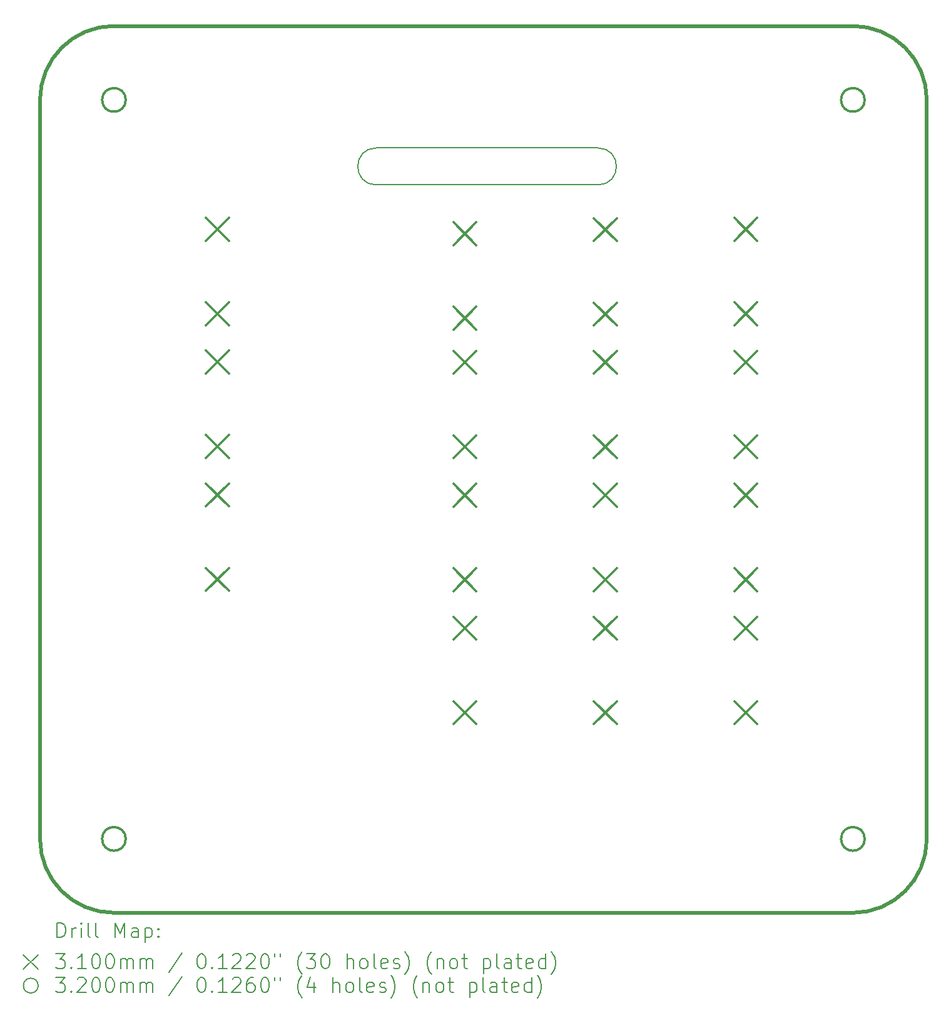
<source format=gbr>
%TF.GenerationSoftware,KiCad,Pcbnew,(6.0.11)*%
%TF.CreationDate,2024-01-05T15:28:53+00:00*%
%TF.ProjectId,RJ21_RJ45_PRIMARY_BREAKOUT,524a3231-5f52-44a3-9435-5f5052494d41,rev?*%
%TF.SameCoordinates,Original*%
%TF.FileFunction,Drillmap*%
%TF.FilePolarity,Positive*%
%FSLAX45Y45*%
G04 Gerber Fmt 4.5, Leading zero omitted, Abs format (unit mm)*
G04 Created by KiCad (PCBNEW (6.0.11)) date 2024-01-05 15:28:53*
%MOMM*%
%LPD*%
G01*
G04 APERTURE LIST*
%ADD10C,0.500000*%
%ADD11C,0.150000*%
%ADD12C,0.200000*%
%ADD13C,0.310000*%
%ADD14C,0.320000*%
G04 APERTURE END LIST*
D10*
X11000000Y-5000000D02*
X21000000Y-5000000D01*
X10000000Y-6000000D02*
X10000000Y-16000000D01*
X22000000Y-6000000D02*
X22000000Y-16000000D01*
X21000000Y-17000000D02*
X11000000Y-17000000D01*
X10000000Y-16000000D02*
G75*
G03*
X11000000Y-17000000I1000000J0D01*
G01*
X21000000Y-17000000D02*
G75*
G03*
X22000000Y-16000000I0J1000000D01*
G01*
X22000000Y-6000000D02*
G75*
G03*
X21000000Y-5000000I-1000000J0D01*
G01*
D11*
X14550000Y-7150000D02*
X17550000Y-7150000D01*
X17550000Y-7150000D02*
G75*
G03*
X17550000Y-6650000I0J250000D01*
G01*
D10*
X11000000Y-5000000D02*
G75*
G03*
X10000000Y-6000000I0J-1000000D01*
G01*
D11*
X14550000Y-6650000D02*
G75*
G03*
X14550000Y-7150000I0J-250000D01*
G01*
X14550000Y-6650000D02*
X17550000Y-6650000D01*
D12*
D13*
X12245000Y-7597270D02*
X12555000Y-7907270D01*
X12555000Y-7597270D02*
X12245000Y-7907270D01*
X12245000Y-8740270D02*
X12555000Y-9050270D01*
X12555000Y-8740270D02*
X12245000Y-9050270D01*
X12245000Y-9390270D02*
X12555000Y-9700270D01*
X12555000Y-9390270D02*
X12245000Y-9700270D01*
X12245000Y-10533270D02*
X12555000Y-10843270D01*
X12555000Y-10533270D02*
X12245000Y-10843270D01*
X12245000Y-11190270D02*
X12555000Y-11500270D01*
X12555000Y-11190270D02*
X12245000Y-11500270D01*
X12245000Y-12333270D02*
X12555000Y-12643270D01*
X12555000Y-12333270D02*
X12245000Y-12643270D01*
X15595000Y-7657865D02*
X15905000Y-7967865D01*
X15905000Y-7657865D02*
X15595000Y-7967865D01*
X15595000Y-8800865D02*
X15905000Y-9110865D01*
X15905000Y-8800865D02*
X15595000Y-9110865D01*
X15595000Y-9395000D02*
X15905000Y-9705000D01*
X15905000Y-9395000D02*
X15595000Y-9705000D01*
X15595000Y-10538000D02*
X15905000Y-10848000D01*
X15905000Y-10538000D02*
X15595000Y-10848000D01*
X15595000Y-11195000D02*
X15905000Y-11505000D01*
X15905000Y-11195000D02*
X15595000Y-11505000D01*
X15595000Y-12338000D02*
X15905000Y-12648000D01*
X15905000Y-12338000D02*
X15595000Y-12648000D01*
X15595000Y-12995000D02*
X15905000Y-13305000D01*
X15905000Y-12995000D02*
X15595000Y-13305000D01*
X15595000Y-14138000D02*
X15905000Y-14448000D01*
X15905000Y-14138000D02*
X15595000Y-14448000D01*
X17495000Y-7602000D02*
X17805000Y-7912000D01*
X17805000Y-7602000D02*
X17495000Y-7912000D01*
X17495000Y-8745000D02*
X17805000Y-9055000D01*
X17805000Y-8745000D02*
X17495000Y-9055000D01*
X17495000Y-9395000D02*
X17805000Y-9705000D01*
X17805000Y-9395000D02*
X17495000Y-9705000D01*
X17495000Y-10538000D02*
X17805000Y-10848000D01*
X17805000Y-10538000D02*
X17495000Y-10848000D01*
X17495000Y-11195000D02*
X17805000Y-11505000D01*
X17805000Y-11195000D02*
X17495000Y-11505000D01*
X17495000Y-12338000D02*
X17805000Y-12648000D01*
X17805000Y-12338000D02*
X17495000Y-12648000D01*
X17495000Y-12995000D02*
X17805000Y-13305000D01*
X17805000Y-12995000D02*
X17495000Y-13305000D01*
X17495000Y-14138000D02*
X17805000Y-14448000D01*
X17805000Y-14138000D02*
X17495000Y-14448000D01*
X19395000Y-7595000D02*
X19705000Y-7905000D01*
X19705000Y-7595000D02*
X19395000Y-7905000D01*
X19395000Y-8738000D02*
X19705000Y-9048000D01*
X19705000Y-8738000D02*
X19395000Y-9048000D01*
X19395000Y-9395000D02*
X19705000Y-9705000D01*
X19705000Y-9395000D02*
X19395000Y-9705000D01*
X19395000Y-10538000D02*
X19705000Y-10848000D01*
X19705000Y-10538000D02*
X19395000Y-10848000D01*
X19395000Y-11195000D02*
X19705000Y-11505000D01*
X19705000Y-11195000D02*
X19395000Y-11505000D01*
X19395000Y-12338000D02*
X19705000Y-12648000D01*
X19705000Y-12338000D02*
X19395000Y-12648000D01*
X19395000Y-12995000D02*
X19705000Y-13305000D01*
X19705000Y-12995000D02*
X19395000Y-13305000D01*
X19395000Y-14138000D02*
X19705000Y-14448000D01*
X19705000Y-14138000D02*
X19395000Y-14448000D01*
D14*
X11160000Y-6000000D02*
G75*
G03*
X11160000Y-6000000I-160000J0D01*
G01*
X11160000Y-16000000D02*
G75*
G03*
X11160000Y-16000000I-160000J0D01*
G01*
X21160000Y-6000000D02*
G75*
G03*
X21160000Y-6000000I-160000J0D01*
G01*
X21160000Y-16000000D02*
G75*
G03*
X21160000Y-16000000I-160000J0D01*
G01*
D12*
X10232619Y-17335476D02*
X10232619Y-17135476D01*
X10280238Y-17135476D01*
X10308810Y-17145000D01*
X10327857Y-17164048D01*
X10337381Y-17183095D01*
X10346905Y-17221190D01*
X10346905Y-17249762D01*
X10337381Y-17287857D01*
X10327857Y-17306905D01*
X10308810Y-17325952D01*
X10280238Y-17335476D01*
X10232619Y-17335476D01*
X10432619Y-17335476D02*
X10432619Y-17202143D01*
X10432619Y-17240238D02*
X10442143Y-17221190D01*
X10451667Y-17211667D01*
X10470714Y-17202143D01*
X10489762Y-17202143D01*
X10556429Y-17335476D02*
X10556429Y-17202143D01*
X10556429Y-17135476D02*
X10546905Y-17145000D01*
X10556429Y-17154524D01*
X10565952Y-17145000D01*
X10556429Y-17135476D01*
X10556429Y-17154524D01*
X10680238Y-17335476D02*
X10661190Y-17325952D01*
X10651667Y-17306905D01*
X10651667Y-17135476D01*
X10785000Y-17335476D02*
X10765952Y-17325952D01*
X10756429Y-17306905D01*
X10756429Y-17135476D01*
X11013571Y-17335476D02*
X11013571Y-17135476D01*
X11080238Y-17278333D01*
X11146905Y-17135476D01*
X11146905Y-17335476D01*
X11327857Y-17335476D02*
X11327857Y-17230714D01*
X11318333Y-17211667D01*
X11299286Y-17202143D01*
X11261190Y-17202143D01*
X11242143Y-17211667D01*
X11327857Y-17325952D02*
X11308809Y-17335476D01*
X11261190Y-17335476D01*
X11242143Y-17325952D01*
X11232619Y-17306905D01*
X11232619Y-17287857D01*
X11242143Y-17268810D01*
X11261190Y-17259286D01*
X11308809Y-17259286D01*
X11327857Y-17249762D01*
X11423095Y-17202143D02*
X11423095Y-17402143D01*
X11423095Y-17211667D02*
X11442143Y-17202143D01*
X11480238Y-17202143D01*
X11499286Y-17211667D01*
X11508809Y-17221190D01*
X11518333Y-17240238D01*
X11518333Y-17297381D01*
X11508809Y-17316429D01*
X11499286Y-17325952D01*
X11480238Y-17335476D01*
X11442143Y-17335476D01*
X11423095Y-17325952D01*
X11604048Y-17316429D02*
X11613571Y-17325952D01*
X11604048Y-17335476D01*
X11594524Y-17325952D01*
X11604048Y-17316429D01*
X11604048Y-17335476D01*
X11604048Y-17211667D02*
X11613571Y-17221190D01*
X11604048Y-17230714D01*
X11594524Y-17221190D01*
X11604048Y-17211667D01*
X11604048Y-17230714D01*
X9775000Y-17565000D02*
X9975000Y-17765000D01*
X9975000Y-17565000D02*
X9775000Y-17765000D01*
X10213571Y-17555476D02*
X10337381Y-17555476D01*
X10270714Y-17631667D01*
X10299286Y-17631667D01*
X10318333Y-17641190D01*
X10327857Y-17650714D01*
X10337381Y-17669762D01*
X10337381Y-17717381D01*
X10327857Y-17736429D01*
X10318333Y-17745952D01*
X10299286Y-17755476D01*
X10242143Y-17755476D01*
X10223095Y-17745952D01*
X10213571Y-17736429D01*
X10423095Y-17736429D02*
X10432619Y-17745952D01*
X10423095Y-17755476D01*
X10413571Y-17745952D01*
X10423095Y-17736429D01*
X10423095Y-17755476D01*
X10623095Y-17755476D02*
X10508810Y-17755476D01*
X10565952Y-17755476D02*
X10565952Y-17555476D01*
X10546905Y-17584048D01*
X10527857Y-17603095D01*
X10508810Y-17612619D01*
X10746905Y-17555476D02*
X10765952Y-17555476D01*
X10785000Y-17565000D01*
X10794524Y-17574524D01*
X10804048Y-17593571D01*
X10813571Y-17631667D01*
X10813571Y-17679286D01*
X10804048Y-17717381D01*
X10794524Y-17736429D01*
X10785000Y-17745952D01*
X10765952Y-17755476D01*
X10746905Y-17755476D01*
X10727857Y-17745952D01*
X10718333Y-17736429D01*
X10708810Y-17717381D01*
X10699286Y-17679286D01*
X10699286Y-17631667D01*
X10708810Y-17593571D01*
X10718333Y-17574524D01*
X10727857Y-17565000D01*
X10746905Y-17555476D01*
X10937381Y-17555476D02*
X10956429Y-17555476D01*
X10975476Y-17565000D01*
X10985000Y-17574524D01*
X10994524Y-17593571D01*
X11004048Y-17631667D01*
X11004048Y-17679286D01*
X10994524Y-17717381D01*
X10985000Y-17736429D01*
X10975476Y-17745952D01*
X10956429Y-17755476D01*
X10937381Y-17755476D01*
X10918333Y-17745952D01*
X10908810Y-17736429D01*
X10899286Y-17717381D01*
X10889762Y-17679286D01*
X10889762Y-17631667D01*
X10899286Y-17593571D01*
X10908810Y-17574524D01*
X10918333Y-17565000D01*
X10937381Y-17555476D01*
X11089762Y-17755476D02*
X11089762Y-17622143D01*
X11089762Y-17641190D02*
X11099286Y-17631667D01*
X11118333Y-17622143D01*
X11146905Y-17622143D01*
X11165952Y-17631667D01*
X11175476Y-17650714D01*
X11175476Y-17755476D01*
X11175476Y-17650714D02*
X11185000Y-17631667D01*
X11204048Y-17622143D01*
X11232619Y-17622143D01*
X11251667Y-17631667D01*
X11261190Y-17650714D01*
X11261190Y-17755476D01*
X11356428Y-17755476D02*
X11356428Y-17622143D01*
X11356428Y-17641190D02*
X11365952Y-17631667D01*
X11385000Y-17622143D01*
X11413571Y-17622143D01*
X11432619Y-17631667D01*
X11442143Y-17650714D01*
X11442143Y-17755476D01*
X11442143Y-17650714D02*
X11451667Y-17631667D01*
X11470714Y-17622143D01*
X11499286Y-17622143D01*
X11518333Y-17631667D01*
X11527857Y-17650714D01*
X11527857Y-17755476D01*
X11918333Y-17545952D02*
X11746905Y-17803095D01*
X12175476Y-17555476D02*
X12194524Y-17555476D01*
X12213571Y-17565000D01*
X12223095Y-17574524D01*
X12232619Y-17593571D01*
X12242143Y-17631667D01*
X12242143Y-17679286D01*
X12232619Y-17717381D01*
X12223095Y-17736429D01*
X12213571Y-17745952D01*
X12194524Y-17755476D01*
X12175476Y-17755476D01*
X12156428Y-17745952D01*
X12146905Y-17736429D01*
X12137381Y-17717381D01*
X12127857Y-17679286D01*
X12127857Y-17631667D01*
X12137381Y-17593571D01*
X12146905Y-17574524D01*
X12156428Y-17565000D01*
X12175476Y-17555476D01*
X12327857Y-17736429D02*
X12337381Y-17745952D01*
X12327857Y-17755476D01*
X12318333Y-17745952D01*
X12327857Y-17736429D01*
X12327857Y-17755476D01*
X12527857Y-17755476D02*
X12413571Y-17755476D01*
X12470714Y-17755476D02*
X12470714Y-17555476D01*
X12451667Y-17584048D01*
X12432619Y-17603095D01*
X12413571Y-17612619D01*
X12604048Y-17574524D02*
X12613571Y-17565000D01*
X12632619Y-17555476D01*
X12680238Y-17555476D01*
X12699286Y-17565000D01*
X12708809Y-17574524D01*
X12718333Y-17593571D01*
X12718333Y-17612619D01*
X12708809Y-17641190D01*
X12594524Y-17755476D01*
X12718333Y-17755476D01*
X12794524Y-17574524D02*
X12804048Y-17565000D01*
X12823095Y-17555476D01*
X12870714Y-17555476D01*
X12889762Y-17565000D01*
X12899286Y-17574524D01*
X12908809Y-17593571D01*
X12908809Y-17612619D01*
X12899286Y-17641190D01*
X12785000Y-17755476D01*
X12908809Y-17755476D01*
X13032619Y-17555476D02*
X13051667Y-17555476D01*
X13070714Y-17565000D01*
X13080238Y-17574524D01*
X13089762Y-17593571D01*
X13099286Y-17631667D01*
X13099286Y-17679286D01*
X13089762Y-17717381D01*
X13080238Y-17736429D01*
X13070714Y-17745952D01*
X13051667Y-17755476D01*
X13032619Y-17755476D01*
X13013571Y-17745952D01*
X13004048Y-17736429D01*
X12994524Y-17717381D01*
X12985000Y-17679286D01*
X12985000Y-17631667D01*
X12994524Y-17593571D01*
X13004048Y-17574524D01*
X13013571Y-17565000D01*
X13032619Y-17555476D01*
X13175476Y-17555476D02*
X13175476Y-17593571D01*
X13251667Y-17555476D02*
X13251667Y-17593571D01*
X13546905Y-17831667D02*
X13537381Y-17822143D01*
X13518333Y-17793571D01*
X13508809Y-17774524D01*
X13499286Y-17745952D01*
X13489762Y-17698333D01*
X13489762Y-17660238D01*
X13499286Y-17612619D01*
X13508809Y-17584048D01*
X13518333Y-17565000D01*
X13537381Y-17536429D01*
X13546905Y-17526905D01*
X13604048Y-17555476D02*
X13727857Y-17555476D01*
X13661190Y-17631667D01*
X13689762Y-17631667D01*
X13708809Y-17641190D01*
X13718333Y-17650714D01*
X13727857Y-17669762D01*
X13727857Y-17717381D01*
X13718333Y-17736429D01*
X13708809Y-17745952D01*
X13689762Y-17755476D01*
X13632619Y-17755476D01*
X13613571Y-17745952D01*
X13604048Y-17736429D01*
X13851667Y-17555476D02*
X13870714Y-17555476D01*
X13889762Y-17565000D01*
X13899286Y-17574524D01*
X13908809Y-17593571D01*
X13918333Y-17631667D01*
X13918333Y-17679286D01*
X13908809Y-17717381D01*
X13899286Y-17736429D01*
X13889762Y-17745952D01*
X13870714Y-17755476D01*
X13851667Y-17755476D01*
X13832619Y-17745952D01*
X13823095Y-17736429D01*
X13813571Y-17717381D01*
X13804048Y-17679286D01*
X13804048Y-17631667D01*
X13813571Y-17593571D01*
X13823095Y-17574524D01*
X13832619Y-17565000D01*
X13851667Y-17555476D01*
X14156428Y-17755476D02*
X14156428Y-17555476D01*
X14242143Y-17755476D02*
X14242143Y-17650714D01*
X14232619Y-17631667D01*
X14213571Y-17622143D01*
X14185000Y-17622143D01*
X14165952Y-17631667D01*
X14156428Y-17641190D01*
X14365952Y-17755476D02*
X14346905Y-17745952D01*
X14337381Y-17736429D01*
X14327857Y-17717381D01*
X14327857Y-17660238D01*
X14337381Y-17641190D01*
X14346905Y-17631667D01*
X14365952Y-17622143D01*
X14394524Y-17622143D01*
X14413571Y-17631667D01*
X14423095Y-17641190D01*
X14432619Y-17660238D01*
X14432619Y-17717381D01*
X14423095Y-17736429D01*
X14413571Y-17745952D01*
X14394524Y-17755476D01*
X14365952Y-17755476D01*
X14546905Y-17755476D02*
X14527857Y-17745952D01*
X14518333Y-17726905D01*
X14518333Y-17555476D01*
X14699286Y-17745952D02*
X14680238Y-17755476D01*
X14642143Y-17755476D01*
X14623095Y-17745952D01*
X14613571Y-17726905D01*
X14613571Y-17650714D01*
X14623095Y-17631667D01*
X14642143Y-17622143D01*
X14680238Y-17622143D01*
X14699286Y-17631667D01*
X14708809Y-17650714D01*
X14708809Y-17669762D01*
X14613571Y-17688810D01*
X14785000Y-17745952D02*
X14804048Y-17755476D01*
X14842143Y-17755476D01*
X14861190Y-17745952D01*
X14870714Y-17726905D01*
X14870714Y-17717381D01*
X14861190Y-17698333D01*
X14842143Y-17688810D01*
X14813571Y-17688810D01*
X14794524Y-17679286D01*
X14785000Y-17660238D01*
X14785000Y-17650714D01*
X14794524Y-17631667D01*
X14813571Y-17622143D01*
X14842143Y-17622143D01*
X14861190Y-17631667D01*
X14937381Y-17831667D02*
X14946905Y-17822143D01*
X14965952Y-17793571D01*
X14975476Y-17774524D01*
X14985000Y-17745952D01*
X14994524Y-17698333D01*
X14994524Y-17660238D01*
X14985000Y-17612619D01*
X14975476Y-17584048D01*
X14965952Y-17565000D01*
X14946905Y-17536429D01*
X14937381Y-17526905D01*
X15299286Y-17831667D02*
X15289762Y-17822143D01*
X15270714Y-17793571D01*
X15261190Y-17774524D01*
X15251667Y-17745952D01*
X15242143Y-17698333D01*
X15242143Y-17660238D01*
X15251667Y-17612619D01*
X15261190Y-17584048D01*
X15270714Y-17565000D01*
X15289762Y-17536429D01*
X15299286Y-17526905D01*
X15375476Y-17622143D02*
X15375476Y-17755476D01*
X15375476Y-17641190D02*
X15385000Y-17631667D01*
X15404048Y-17622143D01*
X15432619Y-17622143D01*
X15451667Y-17631667D01*
X15461190Y-17650714D01*
X15461190Y-17755476D01*
X15585000Y-17755476D02*
X15565952Y-17745952D01*
X15556428Y-17736429D01*
X15546905Y-17717381D01*
X15546905Y-17660238D01*
X15556428Y-17641190D01*
X15565952Y-17631667D01*
X15585000Y-17622143D01*
X15613571Y-17622143D01*
X15632619Y-17631667D01*
X15642143Y-17641190D01*
X15651667Y-17660238D01*
X15651667Y-17717381D01*
X15642143Y-17736429D01*
X15632619Y-17745952D01*
X15613571Y-17755476D01*
X15585000Y-17755476D01*
X15708809Y-17622143D02*
X15785000Y-17622143D01*
X15737381Y-17555476D02*
X15737381Y-17726905D01*
X15746905Y-17745952D01*
X15765952Y-17755476D01*
X15785000Y-17755476D01*
X16004048Y-17622143D02*
X16004048Y-17822143D01*
X16004048Y-17631667D02*
X16023095Y-17622143D01*
X16061190Y-17622143D01*
X16080238Y-17631667D01*
X16089762Y-17641190D01*
X16099286Y-17660238D01*
X16099286Y-17717381D01*
X16089762Y-17736429D01*
X16080238Y-17745952D01*
X16061190Y-17755476D01*
X16023095Y-17755476D01*
X16004048Y-17745952D01*
X16213571Y-17755476D02*
X16194524Y-17745952D01*
X16185000Y-17726905D01*
X16185000Y-17555476D01*
X16375476Y-17755476D02*
X16375476Y-17650714D01*
X16365952Y-17631667D01*
X16346905Y-17622143D01*
X16308809Y-17622143D01*
X16289762Y-17631667D01*
X16375476Y-17745952D02*
X16356428Y-17755476D01*
X16308809Y-17755476D01*
X16289762Y-17745952D01*
X16280238Y-17726905D01*
X16280238Y-17707857D01*
X16289762Y-17688810D01*
X16308809Y-17679286D01*
X16356428Y-17679286D01*
X16375476Y-17669762D01*
X16442143Y-17622143D02*
X16518333Y-17622143D01*
X16470714Y-17555476D02*
X16470714Y-17726905D01*
X16480238Y-17745952D01*
X16499286Y-17755476D01*
X16518333Y-17755476D01*
X16661190Y-17745952D02*
X16642143Y-17755476D01*
X16604048Y-17755476D01*
X16585000Y-17745952D01*
X16575476Y-17726905D01*
X16575476Y-17650714D01*
X16585000Y-17631667D01*
X16604048Y-17622143D01*
X16642143Y-17622143D01*
X16661190Y-17631667D01*
X16670714Y-17650714D01*
X16670714Y-17669762D01*
X16575476Y-17688810D01*
X16842143Y-17755476D02*
X16842143Y-17555476D01*
X16842143Y-17745952D02*
X16823095Y-17755476D01*
X16785000Y-17755476D01*
X16765952Y-17745952D01*
X16756428Y-17736429D01*
X16746905Y-17717381D01*
X16746905Y-17660238D01*
X16756428Y-17641190D01*
X16765952Y-17631667D01*
X16785000Y-17622143D01*
X16823095Y-17622143D01*
X16842143Y-17631667D01*
X16918333Y-17831667D02*
X16927857Y-17822143D01*
X16946905Y-17793571D01*
X16956429Y-17774524D01*
X16965952Y-17745952D01*
X16975476Y-17698333D01*
X16975476Y-17660238D01*
X16965952Y-17612619D01*
X16956429Y-17584048D01*
X16946905Y-17565000D01*
X16927857Y-17536429D01*
X16918333Y-17526905D01*
X9975000Y-17985000D02*
G75*
G03*
X9975000Y-17985000I-100000J0D01*
G01*
X10213571Y-17875476D02*
X10337381Y-17875476D01*
X10270714Y-17951667D01*
X10299286Y-17951667D01*
X10318333Y-17961190D01*
X10327857Y-17970714D01*
X10337381Y-17989762D01*
X10337381Y-18037381D01*
X10327857Y-18056429D01*
X10318333Y-18065952D01*
X10299286Y-18075476D01*
X10242143Y-18075476D01*
X10223095Y-18065952D01*
X10213571Y-18056429D01*
X10423095Y-18056429D02*
X10432619Y-18065952D01*
X10423095Y-18075476D01*
X10413571Y-18065952D01*
X10423095Y-18056429D01*
X10423095Y-18075476D01*
X10508810Y-17894524D02*
X10518333Y-17885000D01*
X10537381Y-17875476D01*
X10585000Y-17875476D01*
X10604048Y-17885000D01*
X10613571Y-17894524D01*
X10623095Y-17913571D01*
X10623095Y-17932619D01*
X10613571Y-17961190D01*
X10499286Y-18075476D01*
X10623095Y-18075476D01*
X10746905Y-17875476D02*
X10765952Y-17875476D01*
X10785000Y-17885000D01*
X10794524Y-17894524D01*
X10804048Y-17913571D01*
X10813571Y-17951667D01*
X10813571Y-17999286D01*
X10804048Y-18037381D01*
X10794524Y-18056429D01*
X10785000Y-18065952D01*
X10765952Y-18075476D01*
X10746905Y-18075476D01*
X10727857Y-18065952D01*
X10718333Y-18056429D01*
X10708810Y-18037381D01*
X10699286Y-17999286D01*
X10699286Y-17951667D01*
X10708810Y-17913571D01*
X10718333Y-17894524D01*
X10727857Y-17885000D01*
X10746905Y-17875476D01*
X10937381Y-17875476D02*
X10956429Y-17875476D01*
X10975476Y-17885000D01*
X10985000Y-17894524D01*
X10994524Y-17913571D01*
X11004048Y-17951667D01*
X11004048Y-17999286D01*
X10994524Y-18037381D01*
X10985000Y-18056429D01*
X10975476Y-18065952D01*
X10956429Y-18075476D01*
X10937381Y-18075476D01*
X10918333Y-18065952D01*
X10908810Y-18056429D01*
X10899286Y-18037381D01*
X10889762Y-17999286D01*
X10889762Y-17951667D01*
X10899286Y-17913571D01*
X10908810Y-17894524D01*
X10918333Y-17885000D01*
X10937381Y-17875476D01*
X11089762Y-18075476D02*
X11089762Y-17942143D01*
X11089762Y-17961190D02*
X11099286Y-17951667D01*
X11118333Y-17942143D01*
X11146905Y-17942143D01*
X11165952Y-17951667D01*
X11175476Y-17970714D01*
X11175476Y-18075476D01*
X11175476Y-17970714D02*
X11185000Y-17951667D01*
X11204048Y-17942143D01*
X11232619Y-17942143D01*
X11251667Y-17951667D01*
X11261190Y-17970714D01*
X11261190Y-18075476D01*
X11356428Y-18075476D02*
X11356428Y-17942143D01*
X11356428Y-17961190D02*
X11365952Y-17951667D01*
X11385000Y-17942143D01*
X11413571Y-17942143D01*
X11432619Y-17951667D01*
X11442143Y-17970714D01*
X11442143Y-18075476D01*
X11442143Y-17970714D02*
X11451667Y-17951667D01*
X11470714Y-17942143D01*
X11499286Y-17942143D01*
X11518333Y-17951667D01*
X11527857Y-17970714D01*
X11527857Y-18075476D01*
X11918333Y-17865952D02*
X11746905Y-18123095D01*
X12175476Y-17875476D02*
X12194524Y-17875476D01*
X12213571Y-17885000D01*
X12223095Y-17894524D01*
X12232619Y-17913571D01*
X12242143Y-17951667D01*
X12242143Y-17999286D01*
X12232619Y-18037381D01*
X12223095Y-18056429D01*
X12213571Y-18065952D01*
X12194524Y-18075476D01*
X12175476Y-18075476D01*
X12156428Y-18065952D01*
X12146905Y-18056429D01*
X12137381Y-18037381D01*
X12127857Y-17999286D01*
X12127857Y-17951667D01*
X12137381Y-17913571D01*
X12146905Y-17894524D01*
X12156428Y-17885000D01*
X12175476Y-17875476D01*
X12327857Y-18056429D02*
X12337381Y-18065952D01*
X12327857Y-18075476D01*
X12318333Y-18065952D01*
X12327857Y-18056429D01*
X12327857Y-18075476D01*
X12527857Y-18075476D02*
X12413571Y-18075476D01*
X12470714Y-18075476D02*
X12470714Y-17875476D01*
X12451667Y-17904048D01*
X12432619Y-17923095D01*
X12413571Y-17932619D01*
X12604048Y-17894524D02*
X12613571Y-17885000D01*
X12632619Y-17875476D01*
X12680238Y-17875476D01*
X12699286Y-17885000D01*
X12708809Y-17894524D01*
X12718333Y-17913571D01*
X12718333Y-17932619D01*
X12708809Y-17961190D01*
X12594524Y-18075476D01*
X12718333Y-18075476D01*
X12889762Y-17875476D02*
X12851667Y-17875476D01*
X12832619Y-17885000D01*
X12823095Y-17894524D01*
X12804048Y-17923095D01*
X12794524Y-17961190D01*
X12794524Y-18037381D01*
X12804048Y-18056429D01*
X12813571Y-18065952D01*
X12832619Y-18075476D01*
X12870714Y-18075476D01*
X12889762Y-18065952D01*
X12899286Y-18056429D01*
X12908809Y-18037381D01*
X12908809Y-17989762D01*
X12899286Y-17970714D01*
X12889762Y-17961190D01*
X12870714Y-17951667D01*
X12832619Y-17951667D01*
X12813571Y-17961190D01*
X12804048Y-17970714D01*
X12794524Y-17989762D01*
X13032619Y-17875476D02*
X13051667Y-17875476D01*
X13070714Y-17885000D01*
X13080238Y-17894524D01*
X13089762Y-17913571D01*
X13099286Y-17951667D01*
X13099286Y-17999286D01*
X13089762Y-18037381D01*
X13080238Y-18056429D01*
X13070714Y-18065952D01*
X13051667Y-18075476D01*
X13032619Y-18075476D01*
X13013571Y-18065952D01*
X13004048Y-18056429D01*
X12994524Y-18037381D01*
X12985000Y-17999286D01*
X12985000Y-17951667D01*
X12994524Y-17913571D01*
X13004048Y-17894524D01*
X13013571Y-17885000D01*
X13032619Y-17875476D01*
X13175476Y-17875476D02*
X13175476Y-17913571D01*
X13251667Y-17875476D02*
X13251667Y-17913571D01*
X13546905Y-18151667D02*
X13537381Y-18142143D01*
X13518333Y-18113571D01*
X13508809Y-18094524D01*
X13499286Y-18065952D01*
X13489762Y-18018333D01*
X13489762Y-17980238D01*
X13499286Y-17932619D01*
X13508809Y-17904048D01*
X13518333Y-17885000D01*
X13537381Y-17856429D01*
X13546905Y-17846905D01*
X13708809Y-17942143D02*
X13708809Y-18075476D01*
X13661190Y-17865952D02*
X13613571Y-18008810D01*
X13737381Y-18008810D01*
X13965952Y-18075476D02*
X13965952Y-17875476D01*
X14051667Y-18075476D02*
X14051667Y-17970714D01*
X14042143Y-17951667D01*
X14023095Y-17942143D01*
X13994524Y-17942143D01*
X13975476Y-17951667D01*
X13965952Y-17961190D01*
X14175476Y-18075476D02*
X14156428Y-18065952D01*
X14146905Y-18056429D01*
X14137381Y-18037381D01*
X14137381Y-17980238D01*
X14146905Y-17961190D01*
X14156428Y-17951667D01*
X14175476Y-17942143D01*
X14204048Y-17942143D01*
X14223095Y-17951667D01*
X14232619Y-17961190D01*
X14242143Y-17980238D01*
X14242143Y-18037381D01*
X14232619Y-18056429D01*
X14223095Y-18065952D01*
X14204048Y-18075476D01*
X14175476Y-18075476D01*
X14356428Y-18075476D02*
X14337381Y-18065952D01*
X14327857Y-18046905D01*
X14327857Y-17875476D01*
X14508809Y-18065952D02*
X14489762Y-18075476D01*
X14451667Y-18075476D01*
X14432619Y-18065952D01*
X14423095Y-18046905D01*
X14423095Y-17970714D01*
X14432619Y-17951667D01*
X14451667Y-17942143D01*
X14489762Y-17942143D01*
X14508809Y-17951667D01*
X14518333Y-17970714D01*
X14518333Y-17989762D01*
X14423095Y-18008810D01*
X14594524Y-18065952D02*
X14613571Y-18075476D01*
X14651667Y-18075476D01*
X14670714Y-18065952D01*
X14680238Y-18046905D01*
X14680238Y-18037381D01*
X14670714Y-18018333D01*
X14651667Y-18008810D01*
X14623095Y-18008810D01*
X14604048Y-17999286D01*
X14594524Y-17980238D01*
X14594524Y-17970714D01*
X14604048Y-17951667D01*
X14623095Y-17942143D01*
X14651667Y-17942143D01*
X14670714Y-17951667D01*
X14746905Y-18151667D02*
X14756428Y-18142143D01*
X14775476Y-18113571D01*
X14785000Y-18094524D01*
X14794524Y-18065952D01*
X14804048Y-18018333D01*
X14804048Y-17980238D01*
X14794524Y-17932619D01*
X14785000Y-17904048D01*
X14775476Y-17885000D01*
X14756428Y-17856429D01*
X14746905Y-17846905D01*
X15108809Y-18151667D02*
X15099286Y-18142143D01*
X15080238Y-18113571D01*
X15070714Y-18094524D01*
X15061190Y-18065952D01*
X15051667Y-18018333D01*
X15051667Y-17980238D01*
X15061190Y-17932619D01*
X15070714Y-17904048D01*
X15080238Y-17885000D01*
X15099286Y-17856429D01*
X15108809Y-17846905D01*
X15185000Y-17942143D02*
X15185000Y-18075476D01*
X15185000Y-17961190D02*
X15194524Y-17951667D01*
X15213571Y-17942143D01*
X15242143Y-17942143D01*
X15261190Y-17951667D01*
X15270714Y-17970714D01*
X15270714Y-18075476D01*
X15394524Y-18075476D02*
X15375476Y-18065952D01*
X15365952Y-18056429D01*
X15356428Y-18037381D01*
X15356428Y-17980238D01*
X15365952Y-17961190D01*
X15375476Y-17951667D01*
X15394524Y-17942143D01*
X15423095Y-17942143D01*
X15442143Y-17951667D01*
X15451667Y-17961190D01*
X15461190Y-17980238D01*
X15461190Y-18037381D01*
X15451667Y-18056429D01*
X15442143Y-18065952D01*
X15423095Y-18075476D01*
X15394524Y-18075476D01*
X15518333Y-17942143D02*
X15594524Y-17942143D01*
X15546905Y-17875476D02*
X15546905Y-18046905D01*
X15556428Y-18065952D01*
X15575476Y-18075476D01*
X15594524Y-18075476D01*
X15813571Y-17942143D02*
X15813571Y-18142143D01*
X15813571Y-17951667D02*
X15832619Y-17942143D01*
X15870714Y-17942143D01*
X15889762Y-17951667D01*
X15899286Y-17961190D01*
X15908809Y-17980238D01*
X15908809Y-18037381D01*
X15899286Y-18056429D01*
X15889762Y-18065952D01*
X15870714Y-18075476D01*
X15832619Y-18075476D01*
X15813571Y-18065952D01*
X16023095Y-18075476D02*
X16004048Y-18065952D01*
X15994524Y-18046905D01*
X15994524Y-17875476D01*
X16185000Y-18075476D02*
X16185000Y-17970714D01*
X16175476Y-17951667D01*
X16156428Y-17942143D01*
X16118333Y-17942143D01*
X16099286Y-17951667D01*
X16185000Y-18065952D02*
X16165952Y-18075476D01*
X16118333Y-18075476D01*
X16099286Y-18065952D01*
X16089762Y-18046905D01*
X16089762Y-18027857D01*
X16099286Y-18008810D01*
X16118333Y-17999286D01*
X16165952Y-17999286D01*
X16185000Y-17989762D01*
X16251667Y-17942143D02*
X16327857Y-17942143D01*
X16280238Y-17875476D02*
X16280238Y-18046905D01*
X16289762Y-18065952D01*
X16308809Y-18075476D01*
X16327857Y-18075476D01*
X16470714Y-18065952D02*
X16451667Y-18075476D01*
X16413571Y-18075476D01*
X16394524Y-18065952D01*
X16385000Y-18046905D01*
X16385000Y-17970714D01*
X16394524Y-17951667D01*
X16413571Y-17942143D01*
X16451667Y-17942143D01*
X16470714Y-17951667D01*
X16480238Y-17970714D01*
X16480238Y-17989762D01*
X16385000Y-18008810D01*
X16651667Y-18075476D02*
X16651667Y-17875476D01*
X16651667Y-18065952D02*
X16632619Y-18075476D01*
X16594524Y-18075476D01*
X16575476Y-18065952D01*
X16565952Y-18056429D01*
X16556428Y-18037381D01*
X16556428Y-17980238D01*
X16565952Y-17961190D01*
X16575476Y-17951667D01*
X16594524Y-17942143D01*
X16632619Y-17942143D01*
X16651667Y-17951667D01*
X16727857Y-18151667D02*
X16737381Y-18142143D01*
X16756428Y-18113571D01*
X16765952Y-18094524D01*
X16775476Y-18065952D01*
X16785000Y-18018333D01*
X16785000Y-17980238D01*
X16775476Y-17932619D01*
X16765952Y-17904048D01*
X16756428Y-17885000D01*
X16737381Y-17856429D01*
X16727857Y-17846905D01*
M02*

</source>
